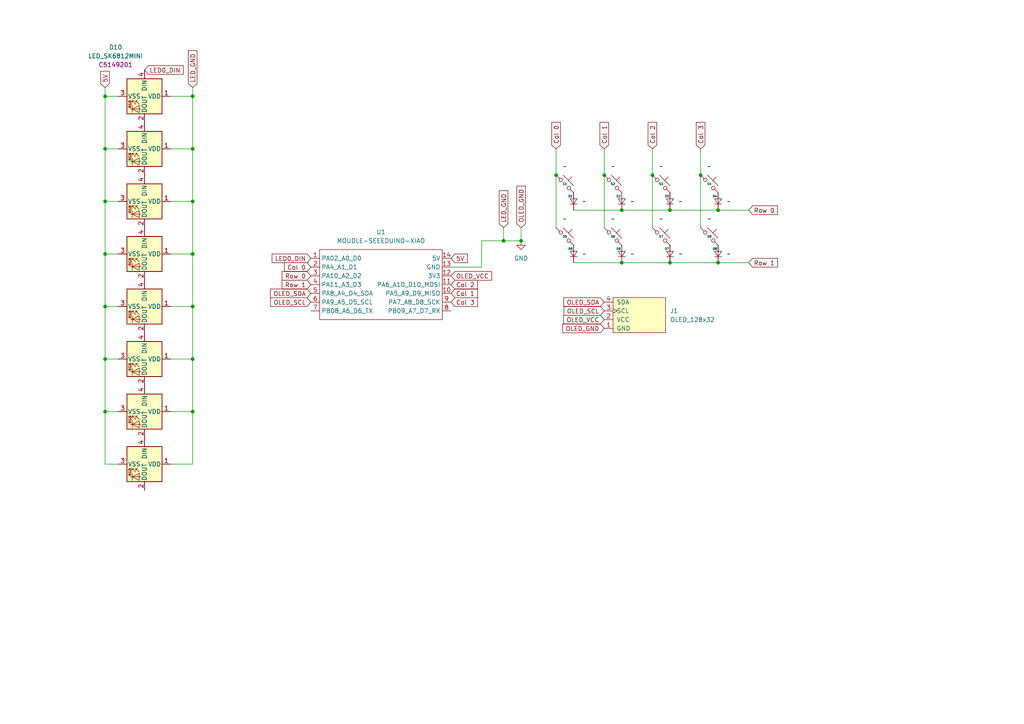
<source format=kicad_sch>
(kicad_sch (version 20250114) (generator "eeschema") (generator_version "9.0")
  (paper "A4")
  (lib_symbols
    (symbol "ScottoKeebs:LED_SK6812MINI" (pin_names (offset 0.254))
      (property "Reference" "D" (at 2.032 5.588 0))
      (property "Value" "LED_SK6812MINI" (at 1.27 -5.715 0))
      (property "LCSC" "C5149201" (at 0 0 0))
      (symbol "LED_SK6812MINI_0_0"
        (text "RGB" (at 2.286 -4.191 0) (effects (font (size 0.762 0.762))))
      )
      (symbol "LED_SK6812MINI_0_1"
        (rectangle (start -5.08 5.08) (end 5.08 -5.08) (stroke (width 0.254)) (fill (type background)))
        (polyline (pts (xy 1.27 -2.54) (xy 1.778 -2.54)))
        (polyline (pts (xy 1.27 -3.556) (xy 1.778 -3.556)))
        (polyline (pts (xy 2.286 -1.524) (xy 1.27 -2.54) (xy 1.27 -2.032)))
        (polyline (pts (xy 2.286 -2.54) (xy 1.27 -3.556) (xy 1.27 -3.048)))
        (polyline (pts (xy 3.683 -1.016) (xy 3.683 -3.556) (xy 3.683 -4.064)))
        (polyline (pts (xy 4.699 -1.524) (xy 2.667 -1.524) (xy 3.683 -3.556) (xy 4.699 -1.524)))
        (polyline (pts (xy 4.699 -3.556) (xy 2.667 -3.556)))
      )
      (symbol "LED_SK6812MINI_1_1"
        (pin input line (at -7.62 0 0) (length 2.54) (name "DIN") (number "4"))
        (pin power_in line (at 0 7.62 270) (length 2.54) (name "VDD") (number "1"))
        (pin power_in line (at 0 -7.62 90) (length 2.54) (name "VSS") (number "3"))
        (pin output line (at 7.62 0 180) (length 2.54) (name "DOUT") (number "2"))
      )
    )
    (symbol "ScottoKeebs:OLED_128x32" (pin_names (offset 1.016))
      (property "Reference" "J" (at 0 -6.35 0))
      (property "Value" "OLED_128x32" (at 0 6.35 0))
      (symbol "OLED_128x32_0_1"
        (rectangle (start 0 5.08) (end 15.24 -5.08) (fill (type background)))
      )
      (symbol "OLED_128x32_1_1"
        (pin bidirectional line (at -2.54 3.81 0) (length 2.54) (name "SDA") (number "4"))
        (pin input clock (at -2.54 1.27 0) (length 2.54) (name "SCL") (number "3"))
        (pin power_in line (at -2.54 -1.27 0) (length 2.54) (name "VCC") (number "2"))
        (pin power_in line (at -2.54 -3.81 0) (length 2.54) (name "GND") (number "1"))
      )
    )
    (symbol "ScottoKeebs:Placeholder_Diode" (pin_numbers (hide yes)) (pin_names (hide yes))
      (property "Reference" "D" (at -0.15 1.066 0))
      (symbol "Placeholder_Diode_0_1"
        (polyline (pts (xy 0 -0.762) (xy 0 0.762)))
      )
      (symbol "Placeholder_Diode_1_1"
        (polyline (pts (xy 1.016 0.762) (xy 0 -0.762) (xy -1.016 0.762) (xy 1.016 0.762)) (stroke (width 0.1524)))
        (polyline (pts (xy 1.016 -0.762) (xy -1.016 -0.762)) (stroke (width 0.1524)))
        (pin passive line (at 0 2.54 270) (length 1.778) (name "A") (number "2"))
        (pin passive line (at 0 -2.54 90) (length 1.778) (name "K") (number "1"))
      )
    )
    (symbol "ScottoKeebs:Placeholder_Keyswitch" (pin_numbers (hide yes)) (pin_names (offset 1.016) (hide yes))
      (property "Reference" "S" (at 0 0 0))
      (symbol "Placeholder_Keyswitch_0_1"
        (polyline (pts (xy -2.54 2.54) (xy -1.524 1.524) (xy -1.524 1.524)))
        (circle (center -1.1684 1.1684) (radius 0.508))
        (polyline (pts (xy -0.508 2.54) (xy 2.54 -0.508)))
        (polyline (pts (xy 1.016 1.016) (xy 2.032 2.032)))
        (circle (center 1.143 -1.1938) (radius 0.508))
        (polyline (pts (xy 1.524 -1.524) (xy 2.54 -2.54) (xy 2.54 -2.54) (xy 2.54 -2.54)))
        (pin passive line (at -2.54 2.54 0) (length 0) (name "1") (number "1"))
        (pin passive line (at 2.54 -2.54 180) (length 0) (name "2") (number "2"))
      )
    )
    (symbol "XIAO_RP2040:MOUDLE-SEEEDUINO-XIAO"
      (property "Reference" "U" (at -16.51 11.43 0))
      (property "Value" "MOUDLE-SEEEDUINO-XIAO" (at -3.81 -11.43 0))
      (symbol "MOUDLE-SEEEDUINO-XIAO_0_1"
        (rectangle (start -16.51 10.16) (end 19.05 -10.16))
      )
      (symbol "MOUDLE-SEEEDUINO-XIAO_1_1"
        (pin passive line (at -19.05 7.62 0) (length 2.54) (name "PA02_A0_D0") (number "1"))
        (pin passive line (at -19.05 5.08 0) (length 2.54) (name "PA4_A1_D1") (number "2"))
        (pin passive line (at -19.05 2.54 0) (length 2.54) (name "PA10_A2_D2") (number "3"))
        (pin passive line (at -19.05 0 0) (length 2.54) (name "PA11_A3_D3") (number "4"))
        (pin passive line (at -19.05 -2.54 0) (length 2.54) (name "PA8_A4_D4_SDA") (number "5"))
        (pin passive line (at -19.05 -5.08 0) (length 2.54) (name "PA9_A5_D5_SCL") (number "6"))
        (pin passive line (at -19.05 -7.62 0) (length 2.54) (name "PB08_A6_D6_TX") (number "7"))
        (pin passive line (at 21.59 7.62 180) (length 2.54) (name "5V") (number "14"))
        (pin passive line (at 21.59 5.08 180) (length 2.54) (name "GND") (number "13"))
        (pin passive line (at 21.59 2.54 180) (length 2.54) (name "3V3") (number "12"))
        (pin passive line (at 21.59 0 180) (length 2.54) (name "PA6_A10_D10_MOSI") (number "11"))
        (pin passive line (at 21.59 -2.54 180) (length 2.54) (name "PA5_A9_D9_MISO") (number "10"))
        (pin passive line (at 21.59 -5.08 180) (length 2.54) (name "PA7_A8_D8_SCK") (number "9"))
        (pin passive line (at 21.59 -7.62 180) (length 2.54) (name "PB09_A7_D7_RX") (number "8"))
      )
    )
    (symbol "power:GND" (power) (pin_numbers (hide yes)) (pin_names (offset 0) (hide yes))
      (property "Value" "GND" (at 0 -3.81 0))
      (symbol "GND_0_1"
        (polyline (pts (xy 0 0) (xy 0 -1.27) (xy 1.27 -1.27) (xy 0 -2.54) (xy -1.27 -1.27) (xy 0 -1.27)))
      )
      (symbol "GND_1_1"
        (pin power_in line (at 0 0 270) (length 0) (name "~") (number "1"))
      )
    )
  )
  (junction (at 189.23 50.8))
  (junction (at 151.13 69.85))
  (junction (at 30.48 43.18))
  (junction (at 194.31 60.96))
  (junction (at 30.48 88.9))
  (junction (at 55.88 58.42))
  (junction (at 55.88 104.14))
  (junction (at 30.48 58.42))
  (junction (at 180.34 76.2))
  (junction (at 55.88 27.94))
  (junction (at 180.34 60.96))
  (junction (at 203.2 50.8))
  (junction (at 208.28 76.2))
  (junction (at 30.48 73.66))
  (junction (at 146.05 69.85))
  (junction (at 55.88 73.66))
  (junction (at 30.48 119.38))
  (junction (at 55.88 43.18))
  (junction (at 175.26 50.8))
  (junction (at 194.31 76.2))
  (junction (at 55.88 88.9))
  (junction (at 208.28 60.96))
  (junction (at 161.29 50.8))
  (junction (at 30.48 27.94))
  (junction (at 55.88 119.38))
  (junction (at 30.48 104.14))
  (wire (pts (xy 55.88 25.4) (xy 55.88 27.94)))
  (wire (pts (xy 175.26 43.18) (xy 175.26 50.8)))
  (wire (pts (xy 194.31 76.2) (xy 208.28 76.2)))
  (wire (pts (xy 161.29 43.18) (xy 161.29 50.8)))
  (wire (pts (xy 30.48 104.14) (xy 34.29 104.14)))
  (wire (pts (xy 139.7 69.85) (xy 146.05 69.85)))
  (wire (pts (xy 30.48 73.66) (xy 30.48 88.9)))
  (wire (pts (xy 203.2 50.8) (xy 203.2 66.04)))
  (wire (pts (xy 166.37 76.2) (xy 180.34 76.2)))
  (wire (pts (xy 30.48 119.38) (xy 34.29 119.38)))
  (wire (pts (xy 180.34 60.96) (xy 194.31 60.96)))
  (wire (pts (xy 151.13 66.04) (xy 151.13 69.85)))
  (wire (pts (xy 30.48 43.18) (xy 30.48 58.42)))
  (wire (pts (xy 30.48 27.94) (xy 30.48 43.18)))
  (wire (pts (xy 146.05 66.04) (xy 146.05 69.85)))
  (wire (pts (xy 194.31 60.96) (xy 208.28 60.96)))
  (wire (pts (xy 30.48 73.66) (xy 34.29 73.66)))
  (wire (pts (xy 139.7 77.47) (xy 139.7 69.85)))
  (wire (pts (xy 30.48 88.9) (xy 30.48 104.14)))
  (wire (pts (xy 203.2 43.18) (xy 203.2 50.8)))
  (wire (pts (xy 55.88 88.9) (xy 55.88 104.14)))
  (wire (pts (xy 55.88 58.42) (xy 49.53 58.42)))
  (wire (pts (xy 30.48 104.14) (xy 30.48 119.38)))
  (wire (pts (xy 55.88 119.38) (xy 49.53 119.38)))
  (wire (pts (xy 175.26 50.8) (xy 175.26 66.04)))
  (wire (pts (xy 55.88 88.9) (xy 49.53 88.9)))
  (wire (pts (xy 30.48 134.62) (xy 34.29 134.62)))
  (wire (pts (xy 30.48 119.38) (xy 30.48 134.62)))
  (wire (pts (xy 55.88 27.94) (xy 49.53 27.94)))
  (wire (pts (xy 30.48 27.94) (xy 34.29 27.94)))
  (wire (pts (xy 189.23 43.18) (xy 189.23 50.8)))
  (wire (pts (xy 208.28 60.96) (xy 217.17 60.96)))
  (wire (pts (xy 55.88 43.18) (xy 49.53 43.18)))
  (wire (pts (xy 180.34 76.2) (xy 194.31 76.2)))
  (wire (pts (xy 55.88 73.66) (xy 49.53 73.66)))
  (wire (pts (xy 55.88 104.14) (xy 55.88 119.38)))
  (wire (pts (xy 30.48 88.9) (xy 34.29 88.9)))
  (wire (pts (xy 55.88 73.66) (xy 55.88 88.9)))
  (wire (pts (xy 30.48 58.42) (xy 34.29 58.42)))
  (wire (pts (xy 189.23 50.8) (xy 189.23 66.04)))
  (wire (pts (xy 30.48 58.42) (xy 30.48 73.66)))
  (wire (pts (xy 55.88 134.62) (xy 49.53 134.62)))
  (wire (pts (xy 30.48 43.18) (xy 34.29 43.18)))
  (wire (pts (xy 30.48 25.4) (xy 30.48 27.94)))
  (wire (pts (xy 208.28 76.2) (xy 217.17 76.2)))
  (wire (pts (xy 55.88 58.42) (xy 55.88 73.66)))
  (wire (pts (xy 55.88 119.38) (xy 55.88 134.62)))
  (wire (pts (xy 55.88 43.18) (xy 55.88 58.42)))
  (wire (pts (xy 55.88 104.14) (xy 49.53 104.14)))
  (wire (pts (xy 146.05 69.85) (xy 151.13 69.85)))
  (wire (pts (xy 161.29 50.8) (xy 161.29 66.04)))
  (wire (pts (xy 166.37 60.96) (xy 180.34 60.96)))
  (wire (pts (xy 55.88 27.94) (xy 55.88 43.18)))
  (wire (pts (xy 130.81 77.47) (xy 139.7 77.47)))
  (global_label "Col 1" (shape input) (at 175.26 43.18 90) (property "Intersheetrefs" "${INTERSHEET_REFS}" (effects (hide yes))))
  (global_label "OLED_SCL" (shape input) (at 175.26 90.17 180) (property "Intersheetrefs" "${INTERSHEET_REFS}" (effects (hide yes))))
  (global_label "Col 2" (shape input) (at 189.23 43.18 90) (property "Intersheetrefs" "${INTERSHEET_REFS}" (effects (hide yes))))
  (global_label "Col 3" (shape input) (at 203.2 43.18 90) (property "Intersheetrefs" "${INTERSHEET_REFS}" (effects (hide yes))))
  (global_label "LED0_DIN" (shape input) (at 41.91 20.32 0) (property "Intersheetrefs" "${INTERSHEET_REFS}" (effects (hide yes))))
  (global_label "Col 0" (shape input) (at 90.17 77.47 180) (property "Intersheetrefs" "${INTERSHEET_REFS}" (effects (hide yes))))
  (global_label "OLED_SDA" (shape input) (at 90.17 85.09 180) (property "Intersheetrefs" "${INTERSHEET_REFS}" (effects (hide yes))))
  (global_label "Col 0" (shape input) (at 161.29 43.18 90) (property "Intersheetrefs" "${INTERSHEET_REFS}" (effects (hide yes))))
  (global_label "5V" (shape input) (at 30.48 25.4 90) (property "Intersheetrefs" "${INTERSHEET_REFS}" (effects (hide yes))))
  (global_label "OLED_VCC" (shape input) (at 130.81 80.01 0) (property "Intersheetrefs" "${INTERSHEET_REFS}" (effects (hide yes))))
  (global_label "OLED_GND" (shape input) (at 175.26 95.25 180) (property "Intersheetrefs" "${INTERSHEET_REFS}" (effects (hide yes))))
  (global_label "Row 0" (shape input) (at 217.17 60.96 0) (property "Intersheetrefs" "${INTERSHEET_REFS}" (effects (hide yes))))
  (global_label "LED0_DIN" (shape input) (at 90.17 74.93 180) (property "Intersheetrefs" "${INTERSHEET_REFS}" (effects (hide yes))))
  (global_label "5V" (shape input) (at 130.81 74.93 0) (property "Intersheetrefs" "${INTERSHEET_REFS}" (effects (hide yes))))
  (global_label "OLED_GND" (shape input) (at 151.13 66.04 90) (property "Intersheetrefs" "${INTERSHEET_REFS}" (effects (hide yes))))
  (global_label "OLED_SDA" (shape input) (at 175.26 87.63 180) (property "Intersheetrefs" "${INTERSHEET_REFS}" (effects (hide yes))))
  (global_label "Col 1" (shape input) (at 130.81 85.09 0) (property "Intersheetrefs" "${INTERSHEET_REFS}" (effects (hide yes))))
  (global_label "Row 1" (shape input) (at 217.17 76.2 0) (property "Intersheetrefs" "${INTERSHEET_REFS}" (effects (hide yes))))
  (global_label "OLED_VCC" (shape input) (at 175.26 92.71 180) (property "Intersheetrefs" "${INTERSHEET_REFS}" (effects (hide yes))))
  (global_label "Row 1" (shape input) (at 90.17 82.55 180) (property "Intersheetrefs" "${INTERSHEET_REFS}" (effects (hide yes))))
  (global_label "OLED_SCL" (shape input) (at 90.17 87.63 180) (property "Intersheetrefs" "${INTERSHEET_REFS}" (effects (hide yes))))
  (global_label "Col 2" (shape input) (at 130.81 82.55 0) (property "Intersheetrefs" "${INTERSHEET_REFS}" (effects (hide yes))))
  (global_label "LED_GND" (shape input) (at 146.05 66.04 90) (property "Intersheetrefs" "${INTERSHEET_REFS}" (effects (hide yes))))
  (global_label "Row 0" (shape input) (at 90.17 80.01 180) (property "Intersheetrefs" "${INTERSHEET_REFS}" (effects (hide yes))))
  (global_label "Col 3" (shape input) (at 130.81 87.63 0) (property "Intersheetrefs" "${INTERSHEET_REFS}" (effects (hide yes))))
  (global_label "LED_GND" (shape input) (at 55.88 25.4 90) (property "Intersheetrefs" "${INTERSHEET_REFS}" (effects (hide yes))))
  (symbol (lib_id "ScottoKeebs:LED_SK6812MINI") (at 41.91 27.94 270) (unit 1)
    (property "Reference" "D10" (at 33.528 13.716 90))
    (property "Value" "LED_SK6812MINI" (at 33.528 16.256 90))
    (property "Footprint" "ScottoKeebs_Components:LED_SK6812MINI" (effects (hide yes)))
    (property "Datasheet" "https://cdn-shop.adafruit.com/product-files/2686/SK6812MINI_REV.01-1-2.pdf" (effects (hide yes)))
    (property "Description" "RGB LED with integrated controller" (effects (hide yes)))
    (property "LCSC" "C5149201" (at 33.528 18.796 90))
  )
  (symbol (lib_id "ScottoKeebs:LED_SK6812MINI") (at 41.91 104.14 270) (unit 1)
    (property "Reference" "D14" (effects (hide yes)))
    (property "Value" "LED_SK6812MINI" (effects (hide yes)))
    (property "Footprint" "ScottoKeebs_Components:LED_SK6812MINI" (effects (hide yes)))
    (property "Datasheet" "https://cdn-shop.adafruit.com/product-files/2686/SK6812MINI_REV.01-1-2.pdf" (effects (hide yes)))
    (property "Description" "RGB LED with integrated controller" (effects (hide yes)))
    (property "LCSC" "C5149201" (effects (hide yes)))
  )
  (symbol (lib_id "ScottoKeebs:Placeholder_Diode") (at 208.28 58.42 0) (unit 1)
    (property "Reference" "D4" (at 208.13 57.354 0) (effects (font (size 0.635 0.635) (thickness 0.127) (bold yes)) (justify right bottom)))
    (property "Value" "~" (at 210.82 58.4199 0) (effects (justify left)))
    (property "Footprint" "ScottoKeebs_Components:Diode_DO-35" (effects (hide yes)))
  )
  (symbol (lib_id "ScottoKeebs:LED_SK6812MINI") (at 41.91 134.62 270) (unit 1)
    (property "Reference" "D16" (effects (hide yes)))
    (property "Value" "LED_SK6812MINI" (effects (hide yes)))
    (property "Footprint" "ScottoKeebs_Components:LED_SK6812MINI" (effects (hide yes)))
    (property "Datasheet" "https://cdn-shop.adafruit.com/product-files/2686/SK6812MINI_REV.01-1-2.pdf" (effects (hide yes)))
    (property "Description" "RGB LED with integrated controller" (effects (hide yes)))
    (property "LCSC" "C5149201" (effects (hide yes)))
  )
  (symbol (lib_id "ScottoKeebs:Placeholder_Keyswitch") (at 191.77 53.34 0) (unit 1)
    (property "Reference" "S3" (at 191.77 53.34 0) (effects (font (size 0.635 0.635) (thickness 0.127) (bold yes))))
    (property "Value" "~" (at 191.77 48.26 0))
    (property "Footprint" "Button_Switch_Keyboard:SW_Cherry_MX_1.00u_PCB" (effects (hide yes)))
  )
  (symbol (lib_id "ScottoKeebs:Placeholder_Keyswitch") (at 177.8 68.58 0) (unit 1)
    (property "Reference" "S6" (at 177.8 68.58 0) (effects (font (size 0.635 0.635) (thickness 0.127) (bold yes))))
    (property "Value" "~" (at 177.8 63.5 0))
    (property "Footprint" "Button_Switch_Keyboard:SW_Cherry_MX_1.00u_PCB" (effects (hide yes)))
  )
  (symbol (lib_id "ScottoKeebs:Placeholder_Keyswitch") (at 205.74 68.58 0) (unit 1)
    (property "Reference" "S8" (at 205.74 68.58 0) (effects (font (size 0.635 0.635) (thickness 0.127) (bold yes))))
    (property "Value" "~" (at 205.74 63.5 0))
    (property "Footprint" "Button_Switch_Keyboard:SW_Cherry_MX_1.00u_PCB" (effects (hide yes)))
  )
  (symbol (lib_id "ScottoKeebs:OLED_128x32") (at 177.8 91.44 0) (unit 1)
    (property "Reference" "J1" (at 194.31 90.1699 0) (effects (justify left)))
    (property "Value" "OLED_128x32" (at 194.31 92.7099 0) (effects (justify left)))
    (property "Footprint" "ScottoKeebs_Components:OLED_128x32" (effects (hide yes)))
  )
  (symbol (lib_id "power:GND") (at 151.13 69.85 0) (unit 1)
    (property "Reference" "#PWR01" (effects (hide yes)))
    (property "Value" "GND" (at 151.13 74.93 0))
    (property "Description" "Power symbol creates a global label with name \"GND\" , ground" (effects (hide yes)))
  )
  (symbol (lib_id "ScottoKeebs:Placeholder_Keyswitch") (at 163.83 68.58 0) (unit 1)
    (property "Reference" "S5" (at 163.83 68.58 0) (effects (font (size 0.635 0.635) (thickness 0.127) (bold yes))))
    (property "Value" "~" (at 163.83 63.5 0))
    (property "Footprint" "Button_Switch_Keyboard:SW_Cherry_MX_1.00u_PCB" (effects (hide yes)))
  )
  (symbol (lib_id "ScottoKeebs:Placeholder_Diode") (at 180.34 58.42 0) (unit 1)
    (property "Reference" "D2" (at 180.19 57.354 0) (effects (font (size 0.635 0.635) (thickness 0.127) (bold yes)) (justify right bottom)))
    (property "Value" "~" (at 182.88 58.4199 0) (effects (justify left)))
    (property "Footprint" "ScottoKeebs_Components:Diode_DO-35" (effects (hide yes)))
  )
  (symbol (lib_id "ScottoKeebs:Placeholder_Diode") (at 166.37 73.66 0) (unit 1)
    (property "Reference" "D5" (at 166.22 72.594 0) (effects (font (size 0.635 0.635) (thickness 0.127) (bold yes)) (justify right bottom)))
    (property "Value" "~" (at 168.91 73.6599 0) (effects (justify left)))
    (property "Footprint" "ScottoKeebs_Components:Diode_DO-35" (effects (hide yes)))
  )
  (symbol (lib_id "ScottoKeebs:LED_SK6812MINI") (at 41.91 73.66 270) (unit 1)
    (property "Reference" "D12" (effects (hide yes)))
    (property "Value" "LED_SK6812MINI" (effects (hide yes)))
    (property "Footprint" "ScottoKeebs_Components:LED_SK6812MINI" (effects (hide yes)))
    (property "Datasheet" "https://cdn-shop.adafruit.com/product-files/2686/SK6812MINI_REV.01-1-2.pdf" (effects (hide yes)))
    (property "Description" "RGB LED with integrated controller" (effects (hide yes)))
    (property "LCSC" "C5149201" (effects (hide yes)))
  )
  (symbol (lib_id "ScottoKeebs:Placeholder_Diode") (at 166.37 58.42 0) (unit 1)
    (property "Reference" "D1" (at 166.22 57.354 0) (effects (font (size 0.635 0.635) (thickness 0.127) (bold yes)) (justify right bottom)))
    (property "Value" "~" (at 168.91 58.4199 0) (effects (justify left)))
    (property "Footprint" "ScottoKeebs_Components:Diode_DO-35" (effects (hide yes)))
  )
  (symbol (lib_id "ScottoKeebs:Placeholder_Keyswitch") (at 177.8 53.34 0) (unit 1)
    (property "Reference" "S2" (at 177.8 53.34 0) (effects (font (size 0.635 0.635) (thickness 0.127) (bold yes))))
    (property "Value" "~" (at 177.8 48.26 0))
    (property "Footprint" "Button_Switch_Keyboard:SW_Cherry_MX_1.00u_PCB" (effects (hide yes)))
  )
  (symbol (lib_id "ScottoKeebs:LED_SK6812MINI") (at 41.91 58.42 270) (unit 1)
    (property "Reference" "D11" (effects (hide yes)))
    (property "Value" "LED_SK6812MINI" (effects (hide yes)))
    (property "Footprint" "ScottoKeebs_Components:LED_SK6812MINI" (effects (hide yes)))
    (property "Datasheet" "https://cdn-shop.adafruit.com/product-files/2686/SK6812MINI_REV.01-1-2.pdf" (effects (hide yes)))
    (property "Description" "RGB LED with integrated controller" (effects (hide yes)))
    (property "LCSC" "C5149201" (effects (hide yes)))
  )
  (symbol (lib_id "ScottoKeebs:Placeholder_Keyswitch") (at 205.74 53.34 0) (unit 1)
    (property "Reference" "S4" (at 205.74 53.34 0) (effects (font (size 0.635 0.635) (thickness 0.127) (bold yes))))
    (property "Value" "~" (at 205.74 48.26 0))
    (property "Footprint" "Button_Switch_Keyboard:SW_Cherry_MX_1.00u_PCB" (effects (hide yes)))
  )
  (symbol (lib_id "ScottoKeebs:LED_SK6812MINI") (at 41.91 119.38 270) (unit 1)
    (property "Reference" "D15" (effects (hide yes)))
    (property "Value" "LED_SK6812MINI" (effects (hide yes)))
    (property "Footprint" "ScottoKeebs_Components:LED_SK6812MINI" (effects (hide yes)))
    (property "Datasheet" "https://cdn-shop.adafruit.com/product-files/2686/SK6812MINI_REV.01-1-2.pdf" (effects (hide yes)))
    (property "Description" "RGB LED with integrated controller" (effects (hide yes)))
    (property "LCSC" "C5149201" (effects (hide yes)))
  )
  (symbol (lib_id "XIAO_RP2040:MOUDLE-SEEEDUINO-XIAO") (at 109.22 82.55 0) (unit 1)
    (property "Reference" "U1" (at 110.49 67.31 0))
    (property "Value" "MOUDLE-SEEEDUINO-XIAO" (at 110.49 69.85 0))
    (property "Footprint" "footprints:XIAO-Generic-Hybrid-14P-2.54-21X17.8MM" (effects (hide yes)))
  )
  (symbol (lib_id "ScottoKeebs:Placeholder_Diode") (at 194.31 58.42 0) (unit 1)
    (property "Reference" "D3" (at 194.16 57.354 0) (effects (font (size 0.635 0.635) (thickness 0.127) (bold yes)) (justify right bottom)))
    (property "Value" "~" (at 196.85 58.4199 0) (effects (justify left)))
    (property "Footprint" "ScottoKeebs_Components:Diode_DO-35" (effects (hide yes)))
  )
  (symbol (lib_id "ScottoKeebs:Placeholder_Keyswitch") (at 163.83 53.34 0) (unit 1)
    (property "Reference" "S1" (at 163.83 53.34 0) (effects (font (size 0.635 0.635) (thickness 0.127) (bold yes))))
    (property "Value" "~" (at 163.83 48.26 0))
    (property "Footprint" "Button_Switch_Keyboard:SW_Cherry_MX_1.00u_PCB" (effects (hide yes)))
  )
  (symbol (lib_id "ScottoKeebs:Placeholder_Diode") (at 194.31 73.66 0) (unit 1)
    (property "Reference" "D7" (at 194.16 72.594 0) (effects (font (size 0.635 0.635) (thickness 0.127) (bold yes)) (justify right bottom)))
    (property "Value" "~" (at 196.85 73.6599 0) (effects (justify left)))
    (property "Footprint" "ScottoKeebs_Components:Diode_DO-35" (effects (hide yes)))
  )
  (symbol (lib_id "ScottoKeebs:Placeholder_Diode") (at 180.34 73.66 0) (unit 1)
    (property "Reference" "D6" (at 180.19 72.594 0) (effects (font (size 0.635 0.635) (thickness 0.127) (bold yes)) (justify right bottom)))
    (property "Value" "~" (at 182.88 73.6599 0) (effects (justify left)))
    (property "Footprint" "ScottoKeebs_Components:Diode_DO-35" (effects (hide yes)))
  )
  (symbol (lib_id "ScottoKeebs:LED_SK6812MINI") (at 41.91 43.18 270) (unit 1)
    (property "Reference" "D9" (effects (hide yes)))
    (property "Value" "LED_SK6812MINI" (effects (hide yes)))
    (property "Footprint" "ScottoKeebs_Components:LED_SK6812MINI" (effects (hide yes)))
    (property "Datasheet" "https://cdn-shop.adafruit.com/product-files/2686/SK6812MINI_REV.01-1-2.pdf" (effects (hide yes)))
    (property "Description" "RGB LED with integrated controller" (effects (hide yes)))
    (property "LCSC" "C5149201" (effects (hide yes)))
  )
  (symbol (lib_id "ScottoKeebs:Placeholder_Diode") (at 208.28 73.66 0) (unit 1)
    (property "Reference" "D8" (at 208.13 72.594 0) (effects (font (size 0.635 0.635) (thickness 0.127) (bold yes)) (justify right bottom)))
    (property "Value" "~" (at 210.82 73.6599 0) (effects (justify left)))
    (property "Footprint" "ScottoKeebs_Components:Diode_DO-35" (effects (hide yes)))
  )
  (symbol (lib_id "ScottoKeebs:LED_SK6812MINI") (at 41.91 88.9 270) (unit 1)
    (property "Reference" "D13" (effects (hide yes)))
    (property "Value" "LED_SK6812MINI" (effects (hide yes)))
    (property "Footprint" "ScottoKeebs_Components:LED_SK6812MINI" (effects (hide yes)))
    (property "Datasheet" "https://cdn-shop.adafruit.com/product-files/2686/SK6812MINI_REV.01-1-2.pdf" (effects (hide yes)))
    (property "Description" "RGB LED with integrated controller" (effects (hide yes)))
    (property "LCSC" "C5149201" (effects (hide yes)))
  )
  (symbol (lib_id "ScottoKeebs:Placeholder_Keyswitch") (at 191.77 68.58 0) (unit 1)
    (property "Reference" "S7" (at 191.77 68.58 0) (effects (font (size 0.635 0.635) (thickness 0.127) (bold yes))))
    (property "Value" "~" (at 191.77 63.5 0))
    (property "Footprint" "Button_Switch_Keyboard:SW_Cherry_MX_1.00u_PCB" (effects (hide yes)))
  )
)
</source>
